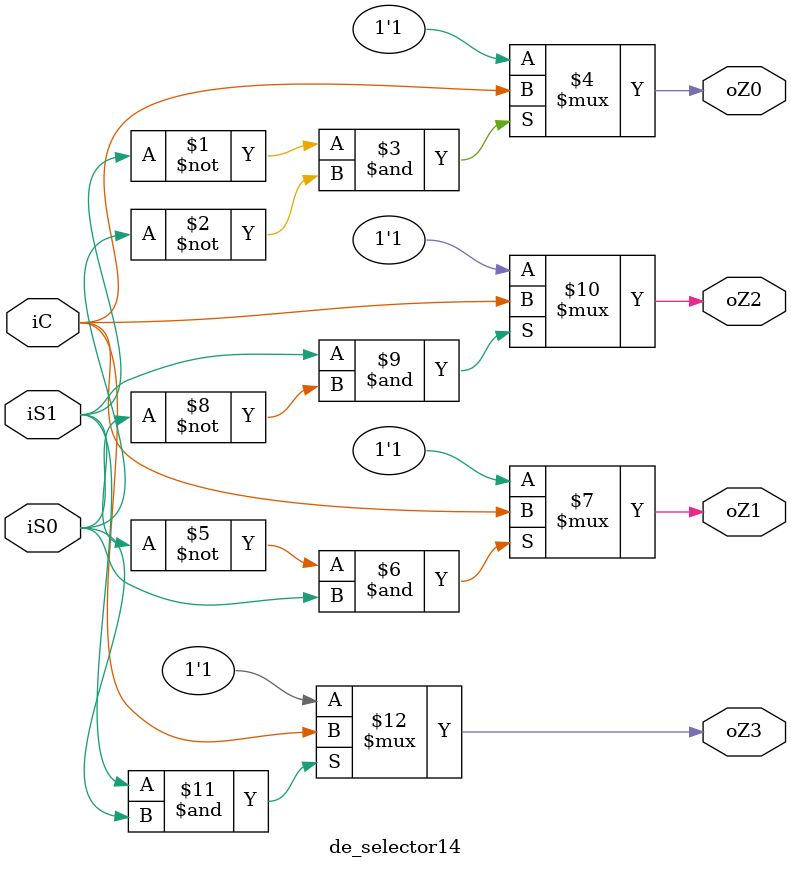
<source format=v>
`timescale 1ns / 1ps
module de_selector14(
    input iC,   // Êý¾ÝÊäÈëÐÅºÅ c
    input iS1,  // Ñ¡ÔñÐÅºÅ s1
    input iS0,  // Ñ¡ÔñÐÅºÅ s0
    output oZ0, // Êý¾ÝÊä³öÐÅºÅ z0
    output oZ1, // Êý¾ÝÊä³öÐÅºÅ z1
    output oZ2, // Êý¾ÝÊä³öÐÅºÅ z2
    output oZ3  // Êý¾ÝÊä³öÐÅºÅ z3
);

    assign oZ0 = (~iS1 & ~iS0) ? iC : 1'b1;
    assign oZ1 = (~iS1 & iS0) ? iC : 1'b1;
    assign oZ2 = (iS1 & ~iS0) ? iC : 1'b1;
    assign oZ3 = (iS1 & iS0)  ? iC : 1'b1;

endmodule

</source>
